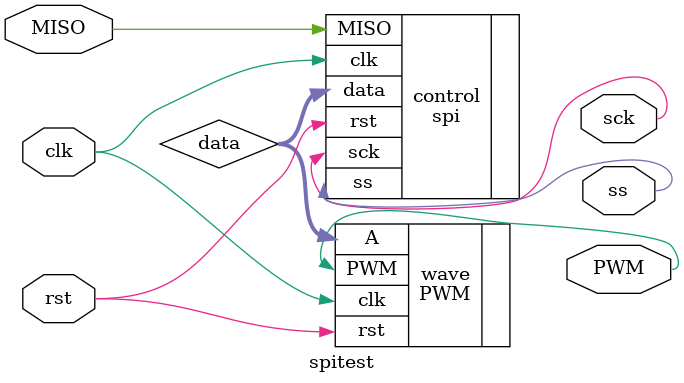
<source format=v>
`timescale 1ns / 1ps


module spitest(
    input MISO,
    input clk,
    input rst,
    output PWM,
    output ss,
    output sck
    
    );
    
    wire [11:0] data;
    spi control(
        .ss(ss),
        .MISO(MISO),
        .data(data),
        .clk(clk),
        .rst(rst),
        .sck(sck)
    );
        
    PWM wave (
        .A(data),
        .clk(clk),
        .rst(rst),
        .PWM(PWM)
    );
endmodule

</source>
